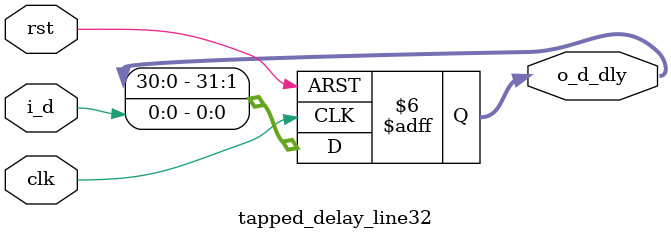
<source format=sv>
module tapped_delay_line32 #(
    parameter WIDTH=1
)
(
    input logic clk,
    input logic rst,
    input logic [WIDTH-1:0] i_d,
    output logic[32*WIDTH-1:0] o_d_dly
);

    always_ff@(posedge clk,posedge rst) begin
        if(rst) o_d_dly<=32'd0;
        else begin
            o_d_dly[WIDTH-1:0]<=i_d[WIDTH-1:0];
            for(int i=1;i<32;i++) begin
                o_d_dly[i*WIDTH+:WIDTH]<=o_d_dly[(i-1)*WIDTH+:WIDTH];
            end
        end
    end


endmodule
</source>
